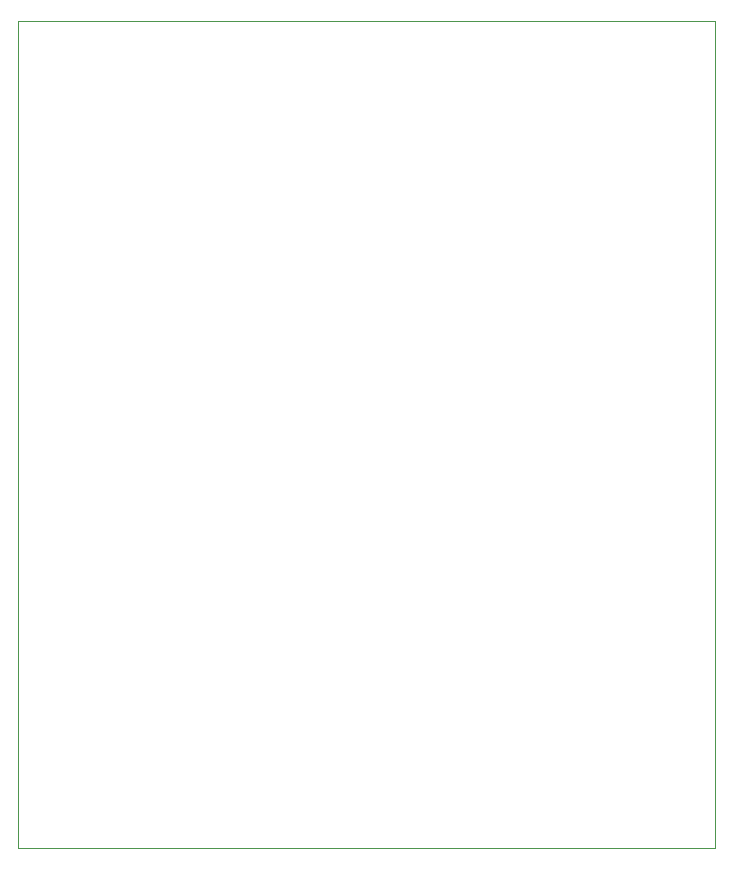
<source format=gbr>
%TF.GenerationSoftware,KiCad,Pcbnew,9.0.0*%
%TF.CreationDate,2025-03-28T15:22:39+02:00*%
%TF.ProjectId,project draft,70726f6a-6563-4742-9064-726166742e6b,rev?*%
%TF.SameCoordinates,Original*%
%TF.FileFunction,Profile,NP*%
%FSLAX46Y46*%
G04 Gerber Fmt 4.6, Leading zero omitted, Abs format (unit mm)*
G04 Created by KiCad (PCBNEW 9.0.0) date 2025-03-28 15:22:39*
%MOMM*%
%LPD*%
G01*
G04 APERTURE LIST*
%TA.AperFunction,Profile*%
%ADD10C,0.050000*%
%TD*%
G04 APERTURE END LIST*
D10*
X123500000Y-61500000D02*
X182500000Y-61500000D01*
X182500000Y-131500000D01*
X123500000Y-131500000D01*
X123500000Y-61500000D01*
M02*

</source>
